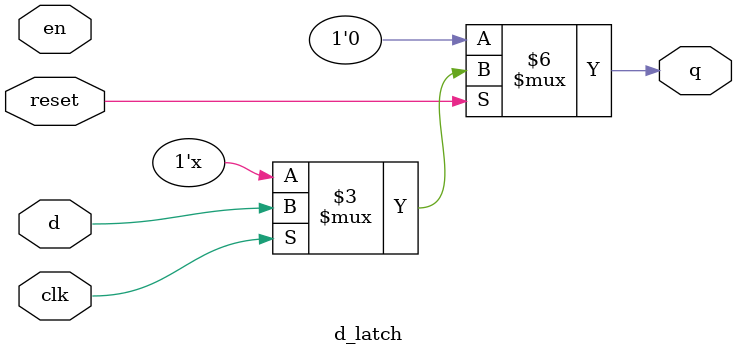
<source format=v>
`timescale 1ns / 1ps


module d_latch(
    input clk,reset,d,en,
    output reg q
    );
    always @(en or clk or reset or d)
    begin
    if(!reset)
        q <=0;
    else if (clk) 
        q <= d;
        end
endmodule

</source>
